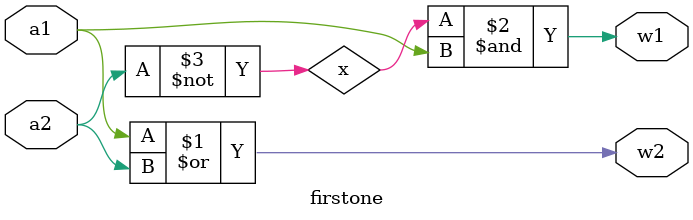
<source format=sv>
module firstone(input a1,a2,output w1,w2);
  wire x;
  or#21 or1(w2,a1,a2);
  not#7 not1(x,a2);
  and#17 and1(w1,x,a1);
endmodule
  

</source>
